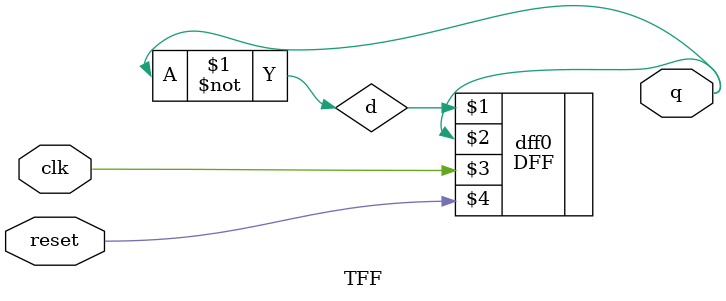
<source format=v>
`timescale 1ns / 1ps

module TFF(output q, input clk, input reset);
	DFF dff0(d, q, clk, reset);
	not n1(d, q);
endmodule

</source>
